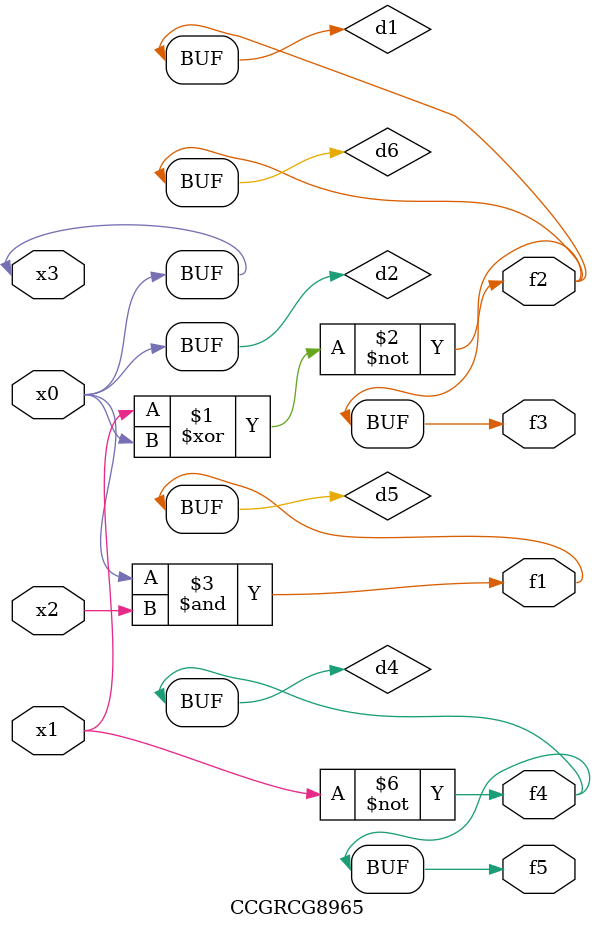
<source format=v>
module CCGRCG8965(
	input x0, x1, x2, x3,
	output f1, f2, f3, f4, f5
);

	wire d1, d2, d3, d4, d5, d6;

	xnor (d1, x1, x3);
	buf (d2, x0, x3);
	nand (d3, x0, x2);
	not (d4, x1);
	nand (d5, d3);
	or (d6, d1);
	assign f1 = d5;
	assign f2 = d6;
	assign f3 = d6;
	assign f4 = d4;
	assign f5 = d4;
endmodule

</source>
